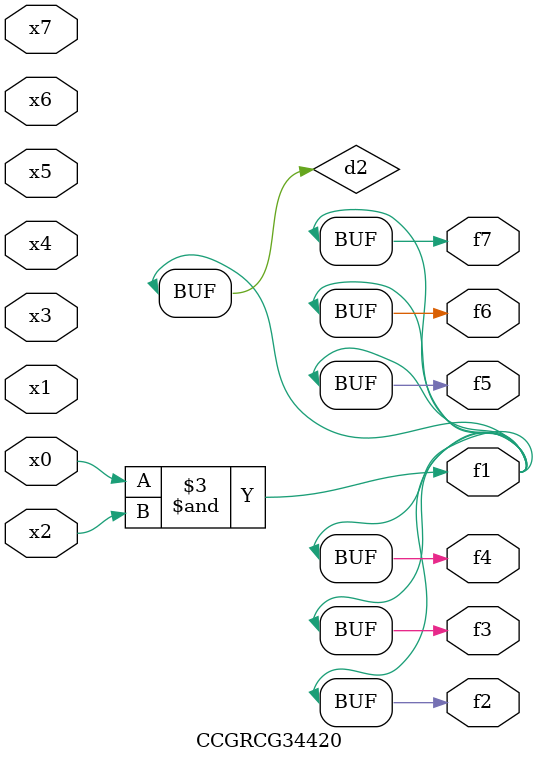
<source format=v>
module CCGRCG34420(
	input x0, x1, x2, x3, x4, x5, x6, x7,
	output f1, f2, f3, f4, f5, f6, f7
);

	wire d1, d2;

	nor (d1, x3, x6);
	and (d2, x0, x2);
	assign f1 = d2;
	assign f2 = d2;
	assign f3 = d2;
	assign f4 = d2;
	assign f5 = d2;
	assign f6 = d2;
	assign f7 = d2;
endmodule

</source>
